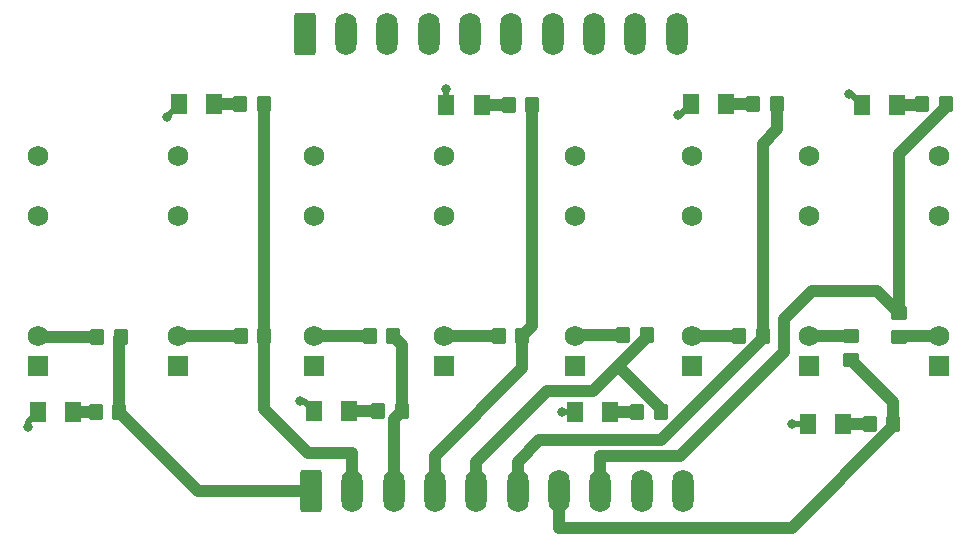
<source format=gbr>
%TF.GenerationSoftware,KiCad,Pcbnew,8.0.4*%
%TF.CreationDate,2024-07-23T21:16:43+01:00*%
%TF.ProjectId,8_Way_Relay_Board,385f5761-795f-4526-956c-61795f426f61,V1*%
%TF.SameCoordinates,Original*%
%TF.FileFunction,Copper,L1,Top*%
%TF.FilePolarity,Positive*%
%FSLAX46Y46*%
G04 Gerber Fmt 4.6, Leading zero omitted, Abs format (unit mm)*
G04 Created by KiCad (PCBNEW 8.0.4) date 2024-07-23 21:16:43*
%MOMM*%
%LPD*%
G01*
G04 APERTURE LIST*
G04 Aperture macros list*
%AMRoundRect*
0 Rectangle with rounded corners*
0 $1 Rounding radius*
0 $2 $3 $4 $5 $6 $7 $8 $9 X,Y pos of 4 corners*
0 Add a 4 corners polygon primitive as box body*
4,1,4,$2,$3,$4,$5,$6,$7,$8,$9,$2,$3,0*
0 Add four circle primitives for the rounded corners*
1,1,$1+$1,$2,$3*
1,1,$1+$1,$4,$5*
1,1,$1+$1,$6,$7*
1,1,$1+$1,$8,$9*
0 Add four rect primitives between the rounded corners*
20,1,$1+$1,$2,$3,$4,$5,0*
20,1,$1+$1,$4,$5,$6,$7,0*
20,1,$1+$1,$6,$7,$8,$9,0*
20,1,$1+$1,$8,$9,$2,$3,0*%
G04 Aperture macros list end*
%TA.AperFunction,SMDPad,CuDef*%
%ADD10RoundRect,0.250000X-0.450000X0.350000X-0.450000X-0.350000X0.450000X-0.350000X0.450000X0.350000X0*%
%TD*%
%TA.AperFunction,SMDPad,CuDef*%
%ADD11RoundRect,0.250000X0.350000X0.450000X-0.350000X0.450000X-0.350000X-0.450000X0.350000X-0.450000X0*%
%TD*%
%TA.AperFunction,ComponentPad*%
%ADD12RoundRect,0.250000X-0.650000X-1.550000X0.650000X-1.550000X0.650000X1.550000X-0.650000X1.550000X0*%
%TD*%
%TA.AperFunction,ComponentPad*%
%ADD13O,1.800000X3.600000*%
%TD*%
%TA.AperFunction,SMDPad,CuDef*%
%ADD14RoundRect,0.250001X-0.462499X-0.624999X0.462499X-0.624999X0.462499X0.624999X-0.462499X0.624999X0*%
%TD*%
%TA.AperFunction,ComponentPad*%
%ADD15R,1.752600X1.752600*%
%TD*%
%TA.AperFunction,ComponentPad*%
%ADD16C,1.752600*%
%TD*%
%TA.AperFunction,SMDPad,CuDef*%
%ADD17RoundRect,0.250000X0.450000X-0.350000X0.450000X0.350000X-0.450000X0.350000X-0.450000X-0.350000X0*%
%TD*%
%TA.AperFunction,ViaPad*%
%ADD18C,0.800000*%
%TD*%
%TA.AperFunction,Conductor*%
%ADD19C,1.000000*%
%TD*%
%TA.AperFunction,Conductor*%
%ADD20C,0.500000*%
%TD*%
G04 APERTURE END LIST*
D10*
%TO.P,R8,1*%
%TO.N,In8*%
X138684000Y-76317600D03*
%TO.P,R8,2*%
%TO.N,Net-(K8-Pad2)*%
X138684000Y-78317600D03*
%TD*%
D11*
%TO.P,R10,1*%
%TO.N,In2*%
X84886800Y-58623200D03*
%TO.P,R10,2*%
%TO.N,Net-(D2-A)*%
X82886800Y-58623200D03*
%TD*%
D12*
%TO.P,J2,1,Pin_1*%
%TO.N,Out1*%
X88356700Y-52661700D03*
D13*
%TO.P,J2,2,Pin_2*%
%TO.N,Out2*%
X91856700Y-52661700D03*
%TO.P,J2,3,Pin_3*%
%TO.N,Out3*%
X95356700Y-52661700D03*
%TO.P,J2,4,Pin_4*%
%TO.N,Out4*%
X98856700Y-52661700D03*
%TO.P,J2,5,Pin_5*%
%TO.N,Out5*%
X102356700Y-52661700D03*
%TO.P,J2,6,Pin_6*%
%TO.N,Out6*%
X105856700Y-52661700D03*
%TO.P,J2,7,Pin_7*%
%TO.N,Out7*%
X109356700Y-52661700D03*
%TO.P,J2,8,Pin_8*%
%TO.N,Out8*%
X112856700Y-52661700D03*
%TO.P,J2,9,Pin_9*%
%TO.N,+24V*%
X116356700Y-52661700D03*
%TO.P,J2,10,Pin_10*%
%TO.N,GND*%
X119856700Y-52661700D03*
%TD*%
D14*
%TO.P,D8,1,K*%
%TO.N,GND*%
X135556600Y-58674000D03*
%TO.P,D8,2,A*%
%TO.N,Net-(D8-A)*%
X138531600Y-58674000D03*
%TD*%
D11*
%TO.P,R4,1*%
%TO.N,In4*%
X106765600Y-78282800D03*
%TO.P,R4,2*%
%TO.N,Net-(K4-Pad2)*%
X104765600Y-78282800D03*
%TD*%
D14*
%TO.P,D2,1,K*%
%TO.N,GND*%
X77709700Y-58623200D03*
%TO.P,D2,2,A*%
%TO.N,Net-(D2-A)*%
X80684700Y-58623200D03*
%TD*%
%TO.P,D7,1,K*%
%TO.N,GND*%
X130984600Y-85699600D03*
%TO.P,D7,2,A*%
%TO.N,Net-(D7-A)*%
X133959600Y-85699600D03*
%TD*%
D11*
%TO.P,R3,1*%
%TO.N,In3*%
X95843600Y-78282800D03*
%TO.P,R3,2*%
%TO.N,Net-(K3-Pad2)*%
X93843600Y-78282800D03*
%TD*%
%TO.P,R11,1*%
%TO.N,In3*%
X96556500Y-84595600D03*
%TO.P,R11,2*%
%TO.N,Net-(D3-A)*%
X94556500Y-84595600D03*
%TD*%
D15*
%TO.P,K7,1*%
%TO.N,GND*%
X131013200Y-80835500D03*
D16*
%TO.P,K7,2*%
%TO.N,Net-(K7-Pad2)*%
X131013200Y-78295500D03*
%TO.P,K7,3*%
%TO.N,Out7*%
X131013200Y-68135500D03*
%TO.P,K7,4*%
%TO.N,+24V*%
X131013200Y-63055500D03*
%TD*%
D11*
%TO.P,R9,1*%
%TO.N,In1*%
X72662800Y-84707200D03*
%TO.P,R9,2*%
%TO.N,Net-(D1-A)*%
X70662800Y-84707200D03*
%TD*%
%TO.P,R13,1*%
%TO.N,In5*%
X118484400Y-84673600D03*
%TO.P,R13,2*%
%TO.N,Net-(D5-A)*%
X116484400Y-84673600D03*
%TD*%
%TO.P,R5,1*%
%TO.N,In5*%
X117297200Y-78181200D03*
%TO.P,R5,2*%
%TO.N,Net-(K5-Pad2)*%
X115297200Y-78181200D03*
%TD*%
D14*
%TO.P,D6,1,K*%
%TO.N,GND*%
X121027800Y-58623200D03*
%TO.P,D6,2,A*%
%TO.N,Net-(D6-A)*%
X124002800Y-58623200D03*
%TD*%
%TO.P,D5,1,K*%
%TO.N,GND*%
X111237700Y-84683600D03*
%TO.P,D5,2,A*%
%TO.N,Net-(D5-A)*%
X114212700Y-84683600D03*
%TD*%
D11*
%TO.P,R14,1*%
%TO.N,In6*%
X128341300Y-58626800D03*
%TO.P,R14,2*%
%TO.N,Net-(D6-A)*%
X126341300Y-58626800D03*
%TD*%
D15*
%TO.P,K8,1*%
%TO.N,GND*%
X142087600Y-80835500D03*
D16*
%TO.P,K8,2*%
%TO.N,Net-(K8-Pad2)*%
X142087600Y-78295500D03*
%TO.P,K8,3*%
%TO.N,Out8*%
X142087600Y-68135500D03*
%TO.P,K8,4*%
%TO.N,+24V*%
X142087600Y-63055500D03*
%TD*%
D15*
%TO.P,K2,1*%
%TO.N,GND*%
X77622400Y-80835500D03*
D16*
%TO.P,K2,2*%
%TO.N,Net-(K2-Pad2)*%
X77622400Y-78295500D03*
%TO.P,K2,3*%
%TO.N,Out2*%
X77622400Y-68135500D03*
%TO.P,K2,4*%
%TO.N,+24V*%
X77622400Y-63055500D03*
%TD*%
D14*
%TO.P,D3,1,K*%
%TO.N,GND*%
X89125400Y-84582000D03*
%TO.P,D3,2,A*%
%TO.N,Net-(D3-A)*%
X92100400Y-84582000D03*
%TD*%
D11*
%TO.P,R6,1*%
%TO.N,In6*%
X127136400Y-78282800D03*
%TO.P,R6,2*%
%TO.N,Net-(K6-Pad2)*%
X125136400Y-78282800D03*
%TD*%
%TO.P,R16,1*%
%TO.N,In8*%
X142630400Y-58640400D03*
%TO.P,R16,2*%
%TO.N,Net-(D8-A)*%
X140630400Y-58640400D03*
%TD*%
D15*
%TO.P,K6,1*%
%TO.N,GND*%
X121107200Y-80835500D03*
D16*
%TO.P,K6,2*%
%TO.N,Net-(K6-Pad2)*%
X121107200Y-78295500D03*
%TO.P,K6,3*%
%TO.N,Out6*%
X121107200Y-68135500D03*
%TO.P,K6,4*%
%TO.N,+24V*%
X121107200Y-63055500D03*
%TD*%
D12*
%TO.P,J1,1,Pin_1*%
%TO.N,In1*%
X88875200Y-91389200D03*
D13*
%TO.P,J1,2,Pin_2*%
%TO.N,In2*%
X92375200Y-91389200D03*
%TO.P,J1,3,Pin_3*%
%TO.N,In3*%
X95875200Y-91389200D03*
%TO.P,J1,4,Pin_4*%
%TO.N,In4*%
X99375200Y-91389200D03*
%TO.P,J1,5,Pin_5*%
%TO.N,In5*%
X102875200Y-91389200D03*
%TO.P,J1,6,Pin_6*%
%TO.N,In6*%
X106375200Y-91389200D03*
%TO.P,J1,7,Pin_7*%
%TO.N,In7*%
X109875200Y-91389200D03*
%TO.P,J1,8,Pin_8*%
%TO.N,In8*%
X113375200Y-91389200D03*
%TO.P,J1,9,Pin_9*%
%TO.N,+24V*%
X116875200Y-91389200D03*
%TO.P,J1,10,Pin_10*%
%TO.N,GND*%
X120375200Y-91389200D03*
%TD*%
D15*
%TO.P,K1,1*%
%TO.N,GND*%
X65735200Y-80835500D03*
D16*
%TO.P,K1,2*%
%TO.N,Net-(K1-Pad2)*%
X65735200Y-78295500D03*
%TO.P,K1,3*%
%TO.N,Out1*%
X65735200Y-68135500D03*
%TO.P,K1,4*%
%TO.N,+24V*%
X65735200Y-63055500D03*
%TD*%
D11*
%TO.P,R1,1*%
%TO.N,In1*%
X72780400Y-78333600D03*
%TO.P,R1,2*%
%TO.N,Net-(K1-Pad2)*%
X70780400Y-78333600D03*
%TD*%
D14*
%TO.P,D4,1,K*%
%TO.N,GND*%
X100352200Y-58674000D03*
%TO.P,D4,2,A*%
%TO.N,Net-(D4-A)*%
X103327200Y-58674000D03*
%TD*%
D15*
%TO.P,K3,1*%
%TO.N,GND*%
X89103200Y-80835500D03*
D16*
%TO.P,K3,2*%
%TO.N,Net-(K3-Pad2)*%
X89103200Y-78295500D03*
%TO.P,K3,3*%
%TO.N,Out3*%
X89103200Y-68135500D03*
%TO.P,K3,4*%
%TO.N,+24V*%
X89103200Y-63055500D03*
%TD*%
D15*
%TO.P,K4,1*%
%TO.N,GND*%
X100126800Y-80835500D03*
D16*
%TO.P,K4,2*%
%TO.N,Net-(K4-Pad2)*%
X100126800Y-78295500D03*
%TO.P,K4,3*%
%TO.N,Out4*%
X100126800Y-68135500D03*
%TO.P,K4,4*%
%TO.N,+24V*%
X100126800Y-63055500D03*
%TD*%
D11*
%TO.P,R12,1*%
%TO.N,In4*%
X107630900Y-58701200D03*
%TO.P,R12,2*%
%TO.N,Net-(D4-A)*%
X105630900Y-58701200D03*
%TD*%
D15*
%TO.P,K5,1*%
%TO.N,GND*%
X111201200Y-80835500D03*
D16*
%TO.P,K5,2*%
%TO.N,Net-(K5-Pad2)*%
X111201200Y-78295500D03*
%TO.P,K5,3*%
%TO.N,Out5*%
X111201200Y-68135500D03*
%TO.P,K5,4*%
%TO.N,+24V*%
X111201200Y-63055500D03*
%TD*%
D17*
%TO.P,R7,1*%
%TO.N,In7*%
X134620000Y-80298800D03*
%TO.P,R7,2*%
%TO.N,Net-(K7-Pad2)*%
X134620000Y-78298800D03*
%TD*%
D11*
%TO.P,R2,1*%
%TO.N,In2*%
X84921600Y-78232000D03*
%TO.P,R2,2*%
%TO.N,Net-(K2-Pad2)*%
X82921600Y-78232000D03*
%TD*%
D14*
%TO.P,D1,1,K*%
%TO.N,GND*%
X65757400Y-84683600D03*
%TO.P,D1,2,A*%
%TO.N,Net-(D1-A)*%
X68732400Y-84683600D03*
%TD*%
D11*
%TO.P,R15,1*%
%TO.N,In7*%
X138182200Y-85699600D03*
%TO.P,R15,2*%
%TO.N,Net-(D7-A)*%
X136182200Y-85699600D03*
%TD*%
D18*
%TO.N,GND*%
X64922400Y-85953600D03*
X87985600Y-83769200D03*
X76657200Y-59740800D03*
X100330000Y-57353200D03*
X119938800Y-59537600D03*
X134467600Y-57759600D03*
X129641600Y-85750400D03*
X110134400Y-84683600D03*
%TD*%
D19*
%TO.N,In8*%
X142630400Y-58893200D02*
X138684000Y-62839600D01*
X138684000Y-62839600D02*
X138684000Y-76317600D01*
X142630400Y-58640400D02*
X142630400Y-58893200D01*
X128937100Y-76802900D02*
X131267200Y-74472800D01*
X128937100Y-79647700D02*
X128937100Y-76802900D01*
X113375200Y-88442800D02*
X120142000Y-88442800D01*
X120142000Y-88442800D02*
X128937100Y-79647700D01*
X131267200Y-74472800D02*
X136839200Y-74472800D01*
X136839200Y-74472800D02*
X138684000Y-76317600D01*
X113375200Y-91389200D02*
X113375200Y-88442800D01*
%TO.N,In7*%
X138182200Y-85919600D02*
X138182200Y-85699600D01*
X129588202Y-94513598D02*
X138182200Y-85919600D01*
X109875200Y-94518517D02*
X129588202Y-94513598D01*
X109875200Y-91389200D02*
X109875200Y-94518517D01*
D20*
%TO.N,GND*%
X76657200Y-59675700D02*
X77709700Y-58623200D01*
X76657200Y-59740800D02*
X76657200Y-59675700D01*
X100330000Y-58651800D02*
X100352200Y-58674000D01*
X100330000Y-57353200D02*
X100330000Y-58651800D01*
X119938800Y-59537600D02*
X120113400Y-59537600D01*
X120113400Y-59537600D02*
X121027800Y-58623200D01*
X134642200Y-57759600D02*
X135556600Y-58674000D01*
X134467600Y-57759600D02*
X134642200Y-57759600D01*
X129641600Y-85750400D02*
X130933800Y-85750400D01*
X130933800Y-85750400D02*
X130984600Y-85699600D01*
X110134400Y-84683600D02*
X111237700Y-84683600D01*
D19*
%TO.N,In2*%
X84921600Y-84464400D02*
X84921600Y-78232000D01*
X88646000Y-88188800D02*
X84921600Y-84464400D01*
X92375200Y-91389200D02*
X92375200Y-88188800D01*
X92375200Y-88188800D02*
X88646000Y-88188800D01*
D20*
%TO.N,GND*%
X87985600Y-83769200D02*
X88312600Y-83769200D01*
X88312600Y-83769200D02*
X89125400Y-84582000D01*
X64922400Y-85518600D02*
X65757400Y-84683600D01*
X64922400Y-85953600D02*
X64922400Y-85518600D01*
D19*
%TO.N,Net-(K8-Pad2)*%
X138706100Y-78295500D02*
X138684000Y-78317600D01*
X142087600Y-78295500D02*
X138706100Y-78295500D01*
%TO.N,In7*%
X138182200Y-83861000D02*
X138182200Y-85699600D01*
X134620000Y-80298800D02*
X138182200Y-83861000D01*
%TO.N,In6*%
X106375200Y-91389200D02*
X106375200Y-88887500D01*
X127136400Y-78443600D02*
X127136400Y-78282800D01*
X118508400Y-87071600D02*
X127136400Y-78443600D01*
X108191100Y-87071600D02*
X118508400Y-87071600D01*
X106375200Y-88887500D02*
X108191100Y-87071600D01*
X128341300Y-60767500D02*
X128341300Y-58626800D01*
X127136400Y-61972400D02*
X128341300Y-60767500D01*
X127136400Y-78282800D02*
X127136400Y-61972400D01*
%TO.N,In5*%
X102875200Y-91389200D02*
X102875200Y-88887500D01*
X118484400Y-84459300D02*
X118484400Y-84673600D01*
X114844600Y-80819500D02*
X118484400Y-84459300D01*
X112776800Y-82887300D02*
X114844600Y-80819500D01*
X108875400Y-82887300D02*
X112776800Y-82887300D01*
X102875200Y-88887500D02*
X108875400Y-82887300D01*
X117297200Y-78366900D02*
X117297200Y-78181200D01*
X114844600Y-80819500D02*
X117297200Y-78366900D01*
%TO.N,In4*%
X106765600Y-80988300D02*
X106765600Y-78282800D01*
X99375200Y-88378700D02*
X106765600Y-80988300D01*
X99375200Y-91389200D02*
X99375200Y-88378700D01*
X107630900Y-77417500D02*
X106765600Y-78282800D01*
X107630900Y-58701200D02*
X107630900Y-77417500D01*
%TO.N,In3*%
X95875200Y-85276900D02*
X96556500Y-84595600D01*
X95875200Y-91389200D02*
X95875200Y-85276900D01*
X96556500Y-78995700D02*
X95843600Y-78282800D01*
X96556500Y-84595600D02*
X96556500Y-78995700D01*
%TO.N,In2*%
X84921600Y-58658000D02*
X84886800Y-58623200D01*
X84921600Y-78232000D02*
X84921600Y-58658000D01*
%TO.N,In1*%
X79344800Y-91389200D02*
X72662800Y-84707200D01*
X88875200Y-91389200D02*
X79344800Y-91389200D01*
X72662800Y-78451200D02*
X72662800Y-84707200D01*
X72780400Y-78333600D02*
X72662800Y-78451200D01*
%TO.N,Net-(D8-A)*%
X140596800Y-58674000D02*
X140630400Y-58640400D01*
X138531600Y-58674000D02*
X140596800Y-58674000D01*
%TO.N,Net-(D7-A)*%
X133959600Y-85699600D02*
X136182200Y-85699600D01*
%TO.N,Net-(D6-A)*%
X126337700Y-58623200D02*
X126341300Y-58626800D01*
X124002800Y-58623200D02*
X126337700Y-58623200D01*
%TO.N,Net-(D5-A)*%
X116474400Y-84683600D02*
X116484400Y-84673600D01*
X114212700Y-84683600D02*
X116474400Y-84683600D01*
%TO.N,Net-(D4-A)*%
X105603700Y-58674000D02*
X105630900Y-58701200D01*
X103327200Y-58674000D02*
X105603700Y-58674000D01*
%TO.N,Net-(D3-A)*%
X94542900Y-84582000D02*
X94556500Y-84595600D01*
X92100400Y-84582000D02*
X94542900Y-84582000D01*
%TO.N,Net-(D2-A)*%
X80684700Y-58623200D02*
X82886800Y-58623200D01*
%TO.N,Net-(D1-A)*%
X70639200Y-84683600D02*
X70662800Y-84707200D01*
X68732400Y-84683600D02*
X70639200Y-84683600D01*
%TO.N,Net-(K7-Pad2)*%
X134604000Y-78282800D02*
X131013200Y-78282800D01*
X134620000Y-78298800D02*
X134604000Y-78282800D01*
%TO.N,Net-(K6-Pad2)*%
X121107200Y-78282800D02*
X125136400Y-78282800D01*
%TO.N,Net-(K5-Pad2)*%
X115284500Y-78193900D02*
X115297200Y-78181200D01*
X111201200Y-78193900D02*
X115284500Y-78193900D01*
%TO.N,Net-(K4-Pad2)*%
X100126800Y-78282800D02*
X104765600Y-78282800D01*
%TO.N,Net-(K3-Pad2)*%
X89103200Y-78282800D02*
X93843600Y-78282800D01*
%TO.N,Net-(K2-Pad2)*%
X77622400Y-78232000D02*
X82921600Y-78232000D01*
%TO.N,Net-(K1-Pad2)*%
X65735200Y-78333600D02*
X70780400Y-78333600D01*
%TD*%
M02*

</source>
